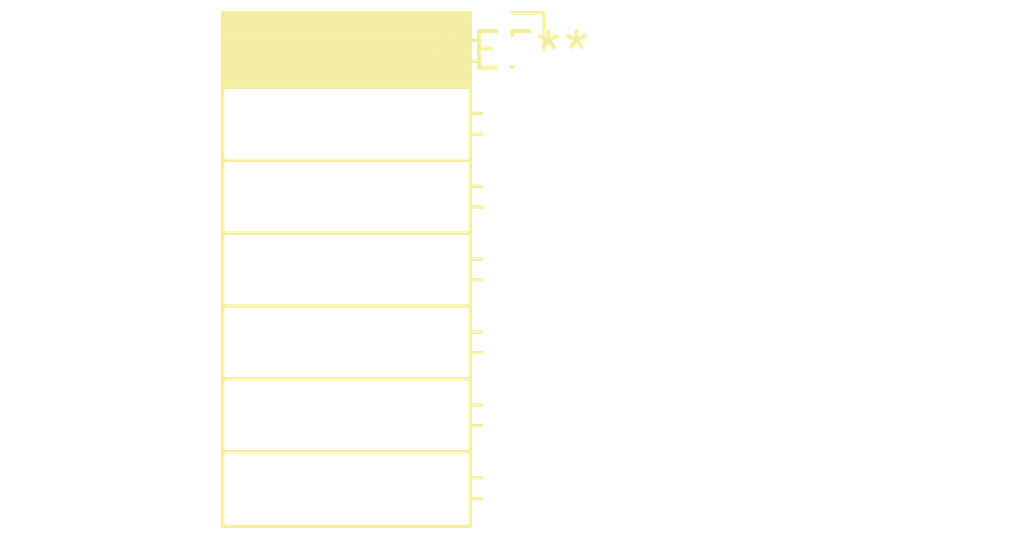
<source format=kicad_pcb>
(kicad_pcb (version 20240108) (generator pcbnew)
  (layers (0 "F.Cu" signal) (31 "B.Cu" signal) (34 "B.Paste" user) (35 "F.Paste" user) (36 "B.SilkS" user "B.Silkscreen") (37 "F.SilkS" user "F.Silkscreen") (38 "B.Mask" user) (39 "F.Mask" user) (44 "Edge.Cuts" user))
  (net 0 "")
  (footprint "PinSocket_1x07_P2.54mm_Horizontal" (layer "F.Cu") (at 0 0)
    (property "Reference" "REF**")
    (property "Value" "PinSocket_1x07_P2.54mm_Horizontal")
    (fp_line (start -10.09 -1.33) (end -10.09 16.57) (layer "F.SilkS") (stroke (width 0.12)))
    (fp_line (start -10.09 -1.33) (end -1.46 -1.33) (layer "F.SilkS") (stroke (width 0.12)))
    (fp_line (start -10.09 -1.21) (end -1.46 -1.21) (layer "F.SilkS") (stroke (width 0.12)))
    (fp_line (start -10.09 -1.091905) (end -1.46 -1.091905) (layer "F.SilkS") (stroke (width 0.12)))
    (fp_line (start -10.09 -0.97381) (end -1.46 -0.97381) (layer "F.SilkS") (stroke (width 0.12)))
    (fp_line (start -10.09 -0.855715) (end -1.46 -0.855715) (layer "F.SilkS") (stroke (width 0.12)))
    (fp_line (start -10.09 -0.73762) (end -1.46 -0.73762) (layer "F.SilkS") (stroke (width 0.12)))
    (fp_line (start -10.09 -0.619525) (end -1.46 -0.619525) (layer "F.SilkS") (stroke (width 0.12)))
    (fp_line (start -10.09 -0.50143) (end -1.46 -0.50143) (layer "F.SilkS") (stroke (width 0.12)))
    (fp_line (start -10.09 -0.383335) (end -1.46 -0.383335) (layer "F.SilkS") (stroke (width 0.12)))
    (fp_line (start -10.09 -0.26524) (end -1.46 -0.26524) (layer "F.SilkS") (stroke (width 0.12)))
    (fp_line (start -10.09 -0.147145) (end -1.46 -0.147145) (layer "F.SilkS") (stroke (width 0.12)))
    (fp_line (start -10.09 -0.02905) (end -1.46 -0.02905) (layer "F.SilkS") (stroke (width 0.12)))
    (fp_line (start -10.09 0.089045) (end -1.46 0.089045) (layer "F.SilkS") (stroke (width 0.12)))
    (fp_line (start -10.09 0.20714) (end -1.46 0.20714) (layer "F.SilkS") (stroke (width 0.12)))
    (fp_line (start -10.09 0.325235) (end -1.46 0.325235) (layer "F.SilkS") (stroke (width 0.12)))
    (fp_line (start -10.09 0.44333) (end -1.46 0.44333) (layer "F.SilkS") (stroke (width 0.12)))
    (fp_line (start -10.09 0.561425) (end -1.46 0.561425) (layer "F.SilkS") (stroke (width 0.12)))
    (fp_line (start -10.09 0.67952) (end -1.46 0.67952) (layer "F.SilkS") (stroke (width 0.12)))
    (fp_line (start -10.09 0.797615) (end -1.46 0.797615) (layer "F.SilkS") (stroke (width 0.12)))
    (fp_line (start -10.09 0.91571) (end -1.46 0.91571) (layer "F.SilkS") (stroke (width 0.12)))
    (fp_line (start -10.09 1.033805) (end -1.46 1.033805) (layer "F.SilkS") (stroke (width 0.12)))
    (fp_line (start -10.09 1.1519) (end -1.46 1.1519) (layer "F.SilkS") (stroke (width 0.12)))
    (fp_line (start -10.09 1.27) (end -1.46 1.27) (layer "F.SilkS") (stroke (width 0.12)))
    (fp_line (start -10.09 3.81) (end -1.46 3.81) (layer "F.SilkS") (stroke (width 0.12)))
    (fp_line (start -10.09 6.35) (end -1.46 6.35) (layer "F.SilkS") (stroke (width 0.12)))
    (fp_line (start -10.09 8.89) (end -1.46 8.89) (layer "F.SilkS") (stroke (width 0.12)))
    (fp_line (start -10.09 11.43) (end -1.46 11.43) (layer "F.SilkS") (stroke (width 0.12)))
    (fp_line (start -10.09 13.97) (end -1.46 13.97) (layer "F.SilkS") (stroke (width 0.12)))
    (fp_line (start -10.09 16.57) (end -1.46 16.57) (layer "F.SilkS") (stroke (width 0.12)))
    (fp_line (start -1.46 -1.33) (end -1.46 16.57) (layer "F.SilkS") (stroke (width 0.12)))
    (fp_line (start -1.46 -0.36) (end -1.11 -0.36) (layer "F.SilkS") (stroke (width 0.12)))
    (fp_line (start -1.46 0.36) (end -1.11 0.36) (layer "F.SilkS") (stroke (width 0.12)))
    (fp_line (start -1.46 2.18) (end -1.05 2.18) (layer "F.SilkS") (stroke (width 0.12)))
    (fp_line (start -1.46 2.9) (end -1.05 2.9) (layer "F.SilkS") (stroke (width 0.12)))
    (fp_line (start -1.46 4.72) (end -1.05 4.72) (layer "F.SilkS") (stroke (width 0.12)))
    (fp_line (start -1.46 5.44) (end -1.05 5.44) (layer "F.SilkS") (stroke (width 0.12)))
    (fp_line (start -1.46 7.26) (end -1.05 7.26) (layer "F.SilkS") (stroke (width 0.12)))
    (fp_line (start -1.46 7.98) (end -1.05 7.98) (layer "F.SilkS") (stroke (width 0.12)))
    (fp_line (start -1.46 9.8) (end -1.05 9.8) (layer "F.SilkS") (stroke (width 0.12)))
    (fp_line (start -1.46 10.52) (end -1.05 10.52) (layer "F.SilkS") (stroke (width 0.12)))
    (fp_line (start -1.46 12.34) (end -1.05 12.34) (layer "F.SilkS") (stroke (width 0.12)))
    (fp_line (start -1.46 13.06) (end -1.05 13.06) (layer "F.SilkS") (stroke (width 0.12)))
    (fp_line (start -1.46 14.88) (end -1.05 14.88) (layer "F.SilkS") (stroke (width 0.12)))
    (fp_line (start -1.46 15.6) (end -1.05 15.6) (layer "F.SilkS") (stroke (width 0.12)))
    (fp_line (start 0 -1.33) (end 1.11 -1.33) (layer "F.SilkS") (stroke (width 0.12)))
    (fp_line (start 1.11 -1.33) (end 1.11 0) (layer "F.SilkS") (stroke (width 0.12)))
    (pad "1" thru_hole rect (at 0 0) (size 1.7 1.7) (drill 1) (layers *.Cu *.Mask) (remove_unused_layers))
    (pad "2" thru_hole oval (at 0 2.54) (size 1.7 1.7) (drill 1) (layers *.Cu *.Mask) (remove_unused_layers))
    (pad "3" thru_hole oval (at 0 5.08) (size 1.7 1.7) (drill 1) (layers *.Cu *.Mask) (remove_unused_layers))
    (pad "4" thru_hole oval (at 0 7.62) (size 1.7 1.7) (drill 1) (layers *.Cu *.Mask) (remove_unused_layers))
    (pad "5" thru_hole oval (at 0 10.16) (size 1.7 1.7) (drill 1) (layers *.Cu *.Mask) (remove_unused_layers))
    (pad "6" thru_hole oval (at 0 12.7) (size 1.7 1.7) (drill 1) (layers *.Cu *.Mask) (remove_unused_layers))
    (pad "7" thru_hole oval (at 0 15.24) (size 1.7 1.7) (drill 1) (layers *.Cu *.Mask) (remove_unused_layers))
  )
)
</source>
